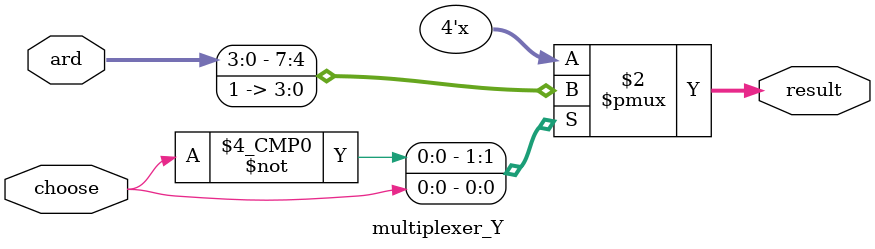
<source format=sv>
module multiplexer_Y(
	input [3:0] ard,
	input choose,
	output reg [3:0] result
);

always_comb begin
	case(choose)
		0: 		result = ard;
		1: 		result = 15;
		default: result = 0;
	endcase
end

endmodule
</source>
